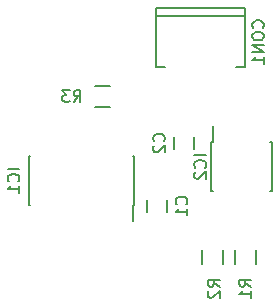
<source format=gbr>
G04 #@! TF.FileFunction,Legend,Bot*
%FSLAX46Y46*%
G04 Gerber Fmt 4.6, Leading zero omitted, Abs format (unit mm)*
G04 Created by KiCad (PCBNEW (2015-03-10 BZR 5502)-product) date Monday, March 16, 2015 'PMt' 10:28:46 PM*
%MOMM*%
G01*
G04 APERTURE LIST*
%ADD10C,0.100000*%
%ADD11C,0.150000*%
G04 APERTURE END LIST*
D10*
D11*
X128108000Y-110670924D02*
X128253000Y-110670924D01*
X128108000Y-114820924D02*
X128253000Y-114820924D01*
X133258000Y-114820924D02*
X133113000Y-114820924D01*
X133258000Y-110670924D02*
X133113000Y-110670924D01*
X128108000Y-110670924D02*
X128108000Y-114820924D01*
X133258000Y-110670924D02*
X133258000Y-114820924D01*
X128253000Y-110670924D02*
X128253000Y-109270924D01*
X121610540Y-115984558D02*
X121495540Y-115984558D01*
X121610540Y-111834558D02*
X121495540Y-111834558D01*
X112710540Y-111834558D02*
X112825540Y-111834558D01*
X112710540Y-115984558D02*
X112825540Y-115984558D01*
X121610540Y-115984558D02*
X121610540Y-111834558D01*
X112710540Y-115984558D02*
X112710540Y-111834558D01*
X121495540Y-115984558D02*
X121495540Y-117359558D01*
X123500000Y-100000000D02*
X131000000Y-100000000D01*
X130950000Y-104300000D02*
X130250000Y-104300000D01*
X123500000Y-99300000D02*
X131000000Y-99300000D01*
X123500000Y-99300000D02*
X123500000Y-104300000D01*
X131000000Y-99300000D02*
X131000000Y-104300000D01*
X123550000Y-104300000D02*
X124250000Y-104300000D01*
X124421000Y-115578000D02*
X124421000Y-116578000D01*
X122721000Y-116578000D02*
X122721000Y-115578000D01*
X125007000Y-111244000D02*
X125007000Y-110244000D01*
X126707000Y-110244000D02*
X126707000Y-111244000D01*
X130189000Y-119796000D02*
X130189000Y-120996000D01*
X131939000Y-120996000D02*
X131939000Y-119796000D01*
X127395000Y-119796000D02*
X127395000Y-120996000D01*
X129145000Y-120996000D02*
X129145000Y-119796000D01*
X119538000Y-105932000D02*
X118338000Y-105932000D01*
X118338000Y-107682000D02*
X119538000Y-107682000D01*
X127706381Y-111769734D02*
X126706381Y-111769734D01*
X127611143Y-112817353D02*
X127658762Y-112769734D01*
X127706381Y-112626877D01*
X127706381Y-112531639D01*
X127658762Y-112388781D01*
X127563524Y-112293543D01*
X127468286Y-112245924D01*
X127277810Y-112198305D01*
X127134952Y-112198305D01*
X126944476Y-112245924D01*
X126849238Y-112293543D01*
X126754000Y-112388781D01*
X126706381Y-112531639D01*
X126706381Y-112626877D01*
X126754000Y-112769734D01*
X126801619Y-112817353D01*
X126801619Y-113198305D02*
X126754000Y-113245924D01*
X126706381Y-113341162D01*
X126706381Y-113579258D01*
X126754000Y-113674496D01*
X126801619Y-113722115D01*
X126896857Y-113769734D01*
X126992095Y-113769734D01*
X127134952Y-113722115D01*
X127706381Y-113150686D01*
X127706381Y-113769734D01*
X111897921Y-112933368D02*
X110897921Y-112933368D01*
X111802683Y-113980987D02*
X111850302Y-113933368D01*
X111897921Y-113790511D01*
X111897921Y-113695273D01*
X111850302Y-113552415D01*
X111755064Y-113457177D01*
X111659826Y-113409558D01*
X111469350Y-113361939D01*
X111326492Y-113361939D01*
X111136016Y-113409558D01*
X111040778Y-113457177D01*
X110945540Y-113552415D01*
X110897921Y-113695273D01*
X110897921Y-113790511D01*
X110945540Y-113933368D01*
X110993159Y-113980987D01*
X111897921Y-114933368D02*
X111897921Y-114361939D01*
X111897921Y-114647653D02*
X110897921Y-114647653D01*
X111040778Y-114552415D01*
X111136016Y-114457177D01*
X111183635Y-114361939D01*
X132507143Y-100985715D02*
X132554762Y-100938096D01*
X132602381Y-100795239D01*
X132602381Y-100700001D01*
X132554762Y-100557143D01*
X132459524Y-100461905D01*
X132364286Y-100414286D01*
X132173810Y-100366667D01*
X132030952Y-100366667D01*
X131840476Y-100414286D01*
X131745238Y-100461905D01*
X131650000Y-100557143D01*
X131602381Y-100700001D01*
X131602381Y-100795239D01*
X131650000Y-100938096D01*
X131697619Y-100985715D01*
X131602381Y-101604762D02*
X131602381Y-101795239D01*
X131650000Y-101890477D01*
X131745238Y-101985715D01*
X131935714Y-102033334D01*
X132269048Y-102033334D01*
X132459524Y-101985715D01*
X132554762Y-101890477D01*
X132602381Y-101795239D01*
X132602381Y-101604762D01*
X132554762Y-101509524D01*
X132459524Y-101414286D01*
X132269048Y-101366667D01*
X131935714Y-101366667D01*
X131745238Y-101414286D01*
X131650000Y-101509524D01*
X131602381Y-101604762D01*
X132602381Y-102461905D02*
X131602381Y-102461905D01*
X132602381Y-103033334D01*
X131602381Y-103033334D01*
X132602381Y-104033334D02*
X132602381Y-103461905D01*
X132602381Y-103747619D02*
X131602381Y-103747619D01*
X131745238Y-103652381D01*
X131840476Y-103557143D01*
X131888095Y-103461905D01*
X126028143Y-115911334D02*
X126075762Y-115863715D01*
X126123381Y-115720858D01*
X126123381Y-115625620D01*
X126075762Y-115482762D01*
X125980524Y-115387524D01*
X125885286Y-115339905D01*
X125694810Y-115292286D01*
X125551952Y-115292286D01*
X125361476Y-115339905D01*
X125266238Y-115387524D01*
X125171000Y-115482762D01*
X125123381Y-115625620D01*
X125123381Y-115720858D01*
X125171000Y-115863715D01*
X125218619Y-115911334D01*
X126123381Y-116863715D02*
X126123381Y-116292286D01*
X126123381Y-116578000D02*
X125123381Y-116578000D01*
X125266238Y-116482762D01*
X125361476Y-116387524D01*
X125409095Y-116292286D01*
X124114143Y-110577334D02*
X124161762Y-110529715D01*
X124209381Y-110386858D01*
X124209381Y-110291620D01*
X124161762Y-110148762D01*
X124066524Y-110053524D01*
X123971286Y-110005905D01*
X123780810Y-109958286D01*
X123637952Y-109958286D01*
X123447476Y-110005905D01*
X123352238Y-110053524D01*
X123257000Y-110148762D01*
X123209381Y-110291620D01*
X123209381Y-110386858D01*
X123257000Y-110529715D01*
X123304619Y-110577334D01*
X123304619Y-110958286D02*
X123257000Y-111005905D01*
X123209381Y-111101143D01*
X123209381Y-111339239D01*
X123257000Y-111434477D01*
X123304619Y-111482096D01*
X123399857Y-111529715D01*
X123495095Y-111529715D01*
X123637952Y-111482096D01*
X124209381Y-110910667D01*
X124209381Y-111529715D01*
X131516381Y-122896334D02*
X131040190Y-122563000D01*
X131516381Y-122324905D02*
X130516381Y-122324905D01*
X130516381Y-122705858D01*
X130564000Y-122801096D01*
X130611619Y-122848715D01*
X130706857Y-122896334D01*
X130849714Y-122896334D01*
X130944952Y-122848715D01*
X130992571Y-122801096D01*
X131040190Y-122705858D01*
X131040190Y-122324905D01*
X131516381Y-123848715D02*
X131516381Y-123277286D01*
X131516381Y-123563000D02*
X130516381Y-123563000D01*
X130659238Y-123467762D01*
X130754476Y-123372524D01*
X130802095Y-123277286D01*
X128849381Y-122896334D02*
X128373190Y-122563000D01*
X128849381Y-122324905D02*
X127849381Y-122324905D01*
X127849381Y-122705858D01*
X127897000Y-122801096D01*
X127944619Y-122848715D01*
X128039857Y-122896334D01*
X128182714Y-122896334D01*
X128277952Y-122848715D01*
X128325571Y-122801096D01*
X128373190Y-122705858D01*
X128373190Y-122324905D01*
X127944619Y-123277286D02*
X127897000Y-123324905D01*
X127849381Y-123420143D01*
X127849381Y-123658239D01*
X127897000Y-123753477D01*
X127944619Y-123801096D01*
X128039857Y-123848715D01*
X128135095Y-123848715D01*
X128277952Y-123801096D01*
X128849381Y-123229667D01*
X128849381Y-123848715D01*
X116498666Y-107259381D02*
X116832000Y-106783190D01*
X117070095Y-107259381D02*
X117070095Y-106259381D01*
X116689142Y-106259381D01*
X116593904Y-106307000D01*
X116546285Y-106354619D01*
X116498666Y-106449857D01*
X116498666Y-106592714D01*
X116546285Y-106687952D01*
X116593904Y-106735571D01*
X116689142Y-106783190D01*
X117070095Y-106783190D01*
X116165333Y-106259381D02*
X115546285Y-106259381D01*
X115879619Y-106640333D01*
X115736761Y-106640333D01*
X115641523Y-106687952D01*
X115593904Y-106735571D01*
X115546285Y-106830810D01*
X115546285Y-107068905D01*
X115593904Y-107164143D01*
X115641523Y-107211762D01*
X115736761Y-107259381D01*
X116022476Y-107259381D01*
X116117714Y-107211762D01*
X116165333Y-107164143D01*
M02*

</source>
